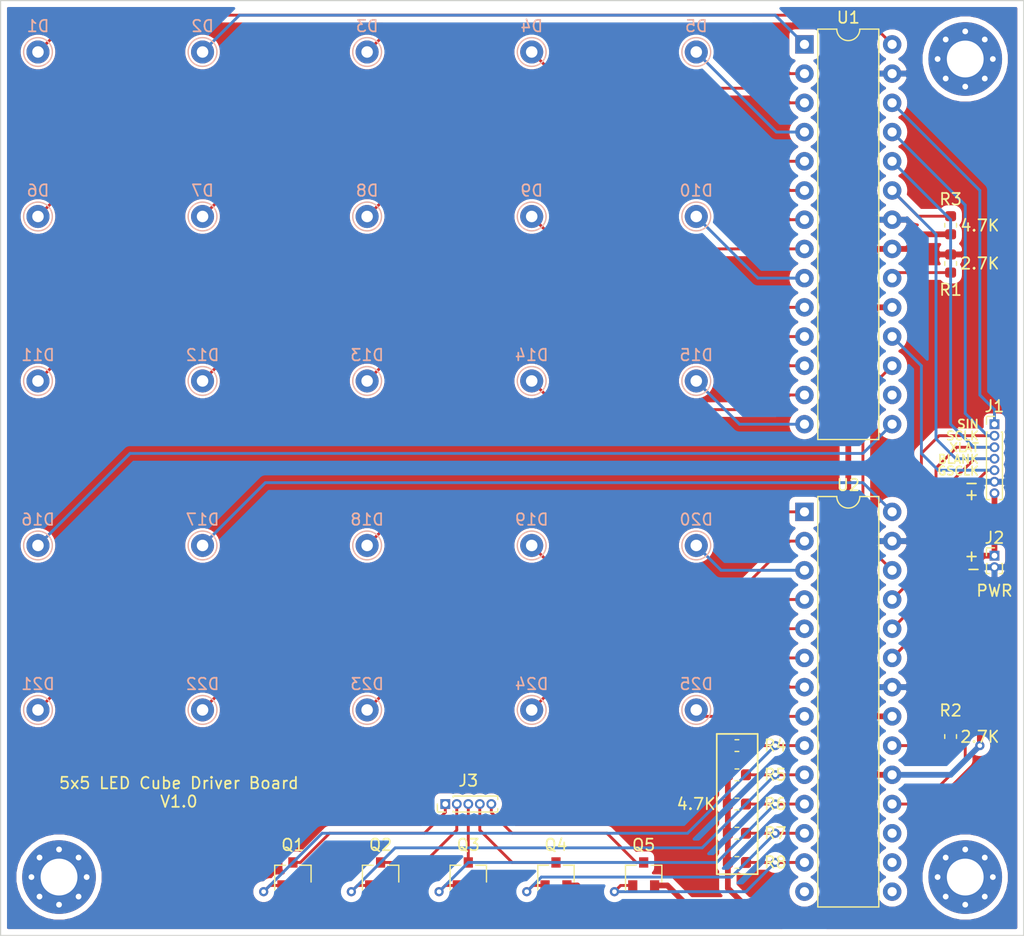
<source format=kicad_pcb>
(kicad_pcb (version 20171130) (host pcbnew "(5.1.4)-1")
  (title_block (title "5x5 LED Cube Driver Board"))
  (layers (0 F.Cu signal) (31 B.Cu signal) (34 B.Paste user) (35 F.Paste user) (36 B.SilkS user) (37 F.SilkS user) (38 B.Mask user) (39 F.Mask user) (44 Edge.Cuts user))
  (net 0 "")
  (net 1 +5V)
  (net 2 GND)
  (net 3 /Layer5)
  (net 4 /Layer4)
  (net 5 /Layer3)
  (net 6 /Layer2)
  (net 7 /Layer1)
  (net 8 /Layer1Gate)
  (net 9 /Layer2Gate)
  (net 10 /Layer3Gate)
  (net 11 /Layer4Gate)
  (net 12 /Layer5Gate)
  (net 13 /LED1)
  (net 14 /LED15)
  (net 15 /LED14)
  (net 16 /LED13)
  (net 17 /LED12)
  (net 18 /LED11)
  (net 19 /LED10)
  (net 20 /LED9)
  (net 21 /LED8)
  (net 22 /LED7)
  (net 23 /LED6)
  (net 24 /LED5)
  (net 25 /LED4)
  (net 26 /LED3)
  (net 27 /LED16)
  (net 28 /LED2)
  (net 29 /LED17)
  (net 30 /LED25)
  (net 31 /LED24)
  (net 32 /LED23)
  (net 33 /LED22)
  (net 34 /LED21)
  (net 35 /LED20)
  (net 36 /LED19)
  (net 37 /LED18)
  (net 38 /IREF1)
  (net 39 /IREF2)
  (net 40 /SOUT1)
  (net 41 "/ArduinoD13(SCLK)")
  (net 42 "/ArduinoD11(SIN)")
  (net 43 "/ArduinoD10(BLANK)")
  (net 44 "/ArduinoD9(XLAT)")
  (net 45 "/ArduinoD3(GSCLK)")
  (module Resistor_SMD:R_0603_1608Metric (layer F.Cu) (at 157.9625 123.19)
    (fp_text reference R4 (at 3.3275 0) (layer F.SilkS))
    (fp_text value 4.7K)
    (pad 2 smd roundrect (at 0.7875 0) (size 0.875 0.95) (layers F.Cu F.Paste F.Mask) (net 8 /Layer1Gate))
    (pad 1 smd roundrect (at -0.7875 0) (size 0.875 0.95) (layers F.Cu F.Paste F.Mask) (net 1 +5V))
  )
  (module Resistor_SMD:R_0603_1608Metric (layer F.Cu) (at 157.9625 125.73)
    (fp_text reference R5 (at 3.3275 0) (layer F.SilkS))
    (fp_text value 4.7K)
    (pad 2 smd roundrect (at 0.7875 0) (size 0.875 0.95) (layers F.Cu F.Paste F.Mask) (net 9 /Layer2Gate))
    (pad 1 smd roundrect (at -0.7875 0) (size 0.875 0.95) (layers F.Cu F.Paste F.Mask) (net 1 +5V))
  )
  (module Resistor_SMD:R_0603_1608Metric (layer F.Cu) (at 157.9625 128.27)
    (fp_text reference R6 (at 3.3275 0) (layer F.SilkS))
    (fp_text value 4.7K)
    (pad 2 smd roundrect (at 0.7875 0) (size 0.875 0.95) (layers F.Cu F.Paste F.Mask) (net 10 /Layer3Gate))
    (pad 1 smd roundrect (at -0.7875 0) (size 0.875 0.95) (layers F.Cu F.Paste F.Mask) (net 1 +5V))
  )
  (module Resistor_SMD:R_0603_1608Metric (layer F.Cu) (at 157.9625 130.81)
    (fp_text reference R7 (at 3.3275 0) (layer F.SilkS))
    (fp_text value 4.7K)
    (pad 2 smd roundrect (at 0.7875 0) (size 0.875 0.95) (layers F.Cu F.Paste F.Mask) (net 11 /Layer4Gate))
    (pad 1 smd roundrect (at -0.7875 0) (size 0.875 0.95) (layers F.Cu F.Paste F.Mask) (net 1 +5V))
  )
  (module Resistor_SMD:R_0603_1608Metric (layer F.Cu) (at 157.9625 133.35)
    (fp_text reference R8 (at 3.3275 0) (layer F.SilkS))
    (fp_text value 4.7K)
    (pad 2 smd roundrect (at 0.7875 0) (size 0.875 0.95) (layers F.Cu F.Paste F.Mask) (net 12 /Layer5Gate))
    (pad 1 smd roundrect (at -0.7875 0) (size 0.875 0.95) (layers F.Cu F.Paste F.Mask) (net 1 +5V))
  )
  (module MountingHole:MountingHole_3.2mm_M3_Pad_Via (layer F.Cu) (at 177.8 134.62)
    (fp_text reference REF** hide)
    (fp_text value MountingHole_3.2mm_M3_Pad_Via)
    (pad 1 thru_hole circle (at 1.697056 -1.697056) (size 0.8 0.8) (drill 0.5) (layers *.Cu *.Mask))
    (pad 1 thru_hole circle (at 0 -2.4) (size 0.8 0.8) (drill 0.5) (layers *.Cu *.Mask))
    (pad 1 thru_hole circle (at -1.697056 -1.697056) (size 0.8 0.8) (drill 0.5) (layers *.Cu *.Mask))
    (pad 1 thru_hole circle (at -2.4 0) (size 0.8 0.8) (drill 0.5) (layers *.Cu *.Mask))
    (pad 1 thru_hole circle (at -1.697056 1.697056) (size 0.8 0.8) (drill 0.5) (layers *.Cu *.Mask))
    (pad 1 thru_hole circle (at 0 2.4) (size 0.8 0.8) (drill 0.5) (layers *.Cu *.Mask))
    (pad 1 thru_hole circle (at 1.697056 1.697056) (size 0.8 0.8) (drill 0.5) (layers *.Cu *.Mask))
    (pad 1 thru_hole circle (at 2.4 0) (size 0.8 0.8) (drill 0.5) (layers *.Cu *.Mask))
    (pad 1 thru_hole circle (at 0 0) (size 6.4 6.4) (drill 3.2) (layers *.Cu *.Mask))
  )
  (module MountingHole:MountingHole_3.2mm_M3_Pad_Via (layer F.Cu) (at 99.06 134.62)
    (fp_text reference REF** hide)
    (fp_text value MountingHole_3.2mm_M3_Pad_Via)
    (pad 1 thru_hole circle (at 1.697056 -1.697056) (size 0.8 0.8) (drill 0.5) (layers *.Cu *.Mask))
    (pad 1 thru_hole circle (at 0 -2.4) (size 0.8 0.8) (drill 0.5) (layers *.Cu *.Mask))
    (pad 1 thru_hole circle (at -1.697056 -1.697056) (size 0.8 0.8) (drill 0.5) (layers *.Cu *.Mask))
    (pad 1 thru_hole circle (at -2.4 0) (size 0.8 0.8) (drill 0.5) (layers *.Cu *.Mask))
    (pad 1 thru_hole circle (at -1.697056 1.697056) (size 0.8 0.8) (drill 0.5) (layers *.Cu *.Mask))
    (pad 1 thru_hole circle (at 0 2.4) (size 0.8 0.8) (drill 0.5) (layers *.Cu *.Mask))
    (pad 1 thru_hole circle (at 1.697056 1.697056) (size 0.8 0.8) (drill 0.5) (layers *.Cu *.Mask))
    (pad 1 thru_hole circle (at 2.4 0) (size 0.8 0.8) (drill 0.5) (layers *.Cu *.Mask))
    (pad 1 thru_hole circle (at 0 0) (size 6.4 6.4) (drill 3.2) (layers *.Cu *.Mask))
  )
  (module MountingHole:MountingHole_3.2mm_M3_Pad_Via (layer F.Cu) (at 177.8 63.5)
    (fp_text reference REF** hide)
    (fp_text value MountingHole_3.2mm_M3_Pad_Via)
    (pad 1 thru_hole circle (at 1.697056 -1.697056) (size 0.8 0.8) (drill 0.5) (layers *.Cu *.Mask))
    (pad 1 thru_hole circle (at 0 -2.4) (size 0.8 0.8) (drill 0.5) (layers *.Cu *.Mask))
    (pad 1 thru_hole circle (at -1.697056 -1.697056) (size 0.8 0.8) (drill 0.5) (layers *.Cu *.Mask))
    (pad 1 thru_hole circle (at -2.4 0) (size 0.8 0.8) (drill 0.5) (layers *.Cu *.Mask))
    (pad 1 thru_hole circle (at -1.697056 1.697056) (size 0.8 0.8) (drill 0.5) (layers *.Cu *.Mask))
    (pad 1 thru_hole circle (at 0 2.4) (size 0.8 0.8) (drill 0.5) (layers *.Cu *.Mask))
    (pad 1 thru_hole circle (at 1.697056 1.697056) (size 0.8 0.8) (drill 0.5) (layers *.Cu *.Mask))
    (pad 1 thru_hole circle (at 2.4 0) (size 0.8 0.8) (drill 0.5) (layers *.Cu *.Mask))
    (pad 1 thru_hole circle (at 0 0) (size 6.4 6.4) (drill 3.2) (layers *.Cu *.Mask))
  )
  (module Package_DIP:DIP-28_W7.62mm (layer F.Cu) (at 163.83 102.87)
    (fp_text reference U2 (at 3.81 -2.33) (layer F.SilkS))
    (fp_text value TLC5940NT)
    (pad 1 thru_hole rect (at 0 0) (size 1.6 1.6) (drill 0.8) (layers *.Cu *.Mask) (net 37 /LED18))
    (pad 15 thru_hole oval (at 7.62 33.02) (size 1.6 1.6) (drill 0.8) (layers *.Cu *.Mask))
    (pad 2 thru_hole oval (at 0 2.54) (size 1.6 1.6) (drill 0.8) (layers *.Cu *.Mask) (net 36 /LED19))
    (pad 16 thru_hole oval (at 7.62 30.48) (size 1.6 1.6) (drill 0.8) (layers *.Cu *.Mask))
    (pad 3 thru_hole oval (at 0 5.08) (size 1.6 1.6) (drill 0.8) (layers *.Cu *.Mask) (net 35 /LED20))
    (pad 17 thru_hole oval (at 7.62 27.94) (size 1.6 1.6) (drill 0.8) (layers *.Cu *.Mask))
    (pad 4 thru_hole oval (at 0 7.62) (size 1.6 1.6) (drill 0.8) (layers *.Cu *.Mask) (net 34 /LED21))
    (pad 18 thru_hole oval (at 7.62 25.4) (size 1.6 1.6) (drill 0.8) (layers *.Cu *.Mask) (net 45 "/ArduinoD3(GSCLK)"))
    (pad 5 thru_hole oval (at 0 10.16) (size 1.6 1.6) (drill 0.8) (layers *.Cu *.Mask) (net 33 /LED22))
    (pad 19 thru_hole oval (at 7.62 22.86) (size 1.6 1.6) (drill 0.8) (layers *.Cu *.Mask) (net 1 +5V))
    (pad 6 thru_hole oval (at 0 12.7) (size 1.6 1.6) (drill 0.8) (layers *.Cu *.Mask) (net 32 /LED23))
    (pad 20 thru_hole oval (at 7.62 20.32) (size 1.6 1.6) (drill 0.8) (layers *.Cu *.Mask) (net 39 /IREF2))
    (pad 7 thru_hole oval (at 0 15.24) (size 1.6 1.6) (drill 0.8) (layers *.Cu *.Mask) (net 31 /LED24))
    (pad 21 thru_hole oval (at 7.62 17.78) (size 1.6 1.6) (drill 0.8) (layers *.Cu *.Mask) (net 1 +5V))
    (pad 8 thru_hole oval (at 0 17.78) (size 1.6 1.6) (drill 0.8) (layers *.Cu *.Mask) (net 30 /LED25))
    (pad 22 thru_hole oval (at 7.62 15.24) (size 1.6 1.6) (drill 0.8) (layers *.Cu *.Mask) (net 2 GND))
    (pad 9 thru_hole oval (at 0 20.32) (size 1.6 1.6) (drill 0.8) (layers *.Cu *.Mask) (net 8 /Layer1Gate))
    (pad 23 thru_hole oval (at 7.62 12.7) (size 1.6 1.6) (drill 0.8) (layers *.Cu *.Mask) (net 43 "/ArduinoD10(BLANK)"))
    (pad 10 thru_hole oval (at 0 22.86) (size 1.6 1.6) (drill 0.8) (layers *.Cu *.Mask) (net 9 /Layer2Gate))
    (pad 24 thru_hole oval (at 7.62 10.16) (size 1.6 1.6) (drill 0.8) (layers *.Cu *.Mask) (net 44 "/ArduinoD9(XLAT)"))
    (pad 11 thru_hole oval (at 0 25.4) (size 1.6 1.6) (drill 0.8) (layers *.Cu *.Mask) (net 10 /Layer3Gate))
    (pad 25 thru_hole oval (at 7.62 7.62) (size 1.6 1.6) (drill 0.8) (layers *.Cu *.Mask) (net 41 "/ArduinoD13(SCLK)"))
    (pad 12 thru_hole oval (at 0 27.94) (size 1.6 1.6) (drill 0.8) (layers *.Cu *.Mask) (net 11 /Layer4Gate))
    (pad 26 thru_hole oval (at 7.62 5.08) (size 1.6 1.6) (drill 0.8) (layers *.Cu *.Mask) (net 40 /SOUT1))
    (pad 13 thru_hole oval (at 0 30.48) (size 1.6 1.6) (drill 0.8) (layers *.Cu *.Mask) (net 12 /Layer5Gate))
    (pad 27 thru_hole oval (at 7.62 2.54) (size 1.6 1.6) (drill 0.8) (layers *.Cu *.Mask) (net 2 GND))
    (pad 14 thru_hole oval (at 0 33.02) (size 1.6 1.6) (drill 0.8) (layers *.Cu *.Mask))
    (pad 28 thru_hole oval (at 7.62 0) (size 1.6 1.6) (drill 0.8) (layers *.Cu *.Mask) (net 29 /LED17))
  )
  (module Package_DIP:DIP-28_W7.62mm (layer F.Cu) (at 163.83 62.23)
    (fp_text reference U1 (at 3.81 -2.33) (layer F.SilkS))
    (fp_text value TLC5940NT)
    (pad 1 thru_hole rect (at 0 0) (size 1.6 1.6) (drill 0.8) (layers *.Cu *.Mask) (net 28 /LED2))
    (pad 15 thru_hole oval (at 7.62 33.02) (size 1.6 1.6) (drill 0.8) (layers *.Cu *.Mask) (net 27 /LED16))
    (pad 2 thru_hole oval (at 0 2.54) (size 1.6 1.6) (drill 0.8) (layers *.Cu *.Mask) (net 26 /LED3))
    (pad 16 thru_hole oval (at 7.62 30.48) (size 1.6 1.6) (drill 0.8) (layers *.Cu *.Mask))
    (pad 3 thru_hole oval (at 0 5.08) (size 1.6 1.6) (drill 0.8) (layers *.Cu *.Mask) (net 25 /LED4))
    (pad 17 thru_hole oval (at 7.62 27.94) (size 1.6 1.6) (drill 0.8) (layers *.Cu *.Mask) (net 40 /SOUT1))
    (pad 4 thru_hole oval (at 0 7.62) (size 1.6 1.6) (drill 0.8) (layers *.Cu *.Mask) (net 24 /LED5))
    (pad 18 thru_hole oval (at 7.62 25.4) (size 1.6 1.6) (drill 0.8) (layers *.Cu *.Mask) (net 45 "/ArduinoD3(GSCLK)"))
    (pad 5 thru_hole oval (at 0 10.16) (size 1.6 1.6) (drill 0.8) (layers *.Cu *.Mask) (net 23 /LED6))
    (pad 19 thru_hole oval (at 7.62 22.86) (size 1.6 1.6) (drill 0.8) (layers *.Cu *.Mask) (net 1 +5V))
    (pad 6 thru_hole oval (at 0 12.7) (size 1.6 1.6) (drill 0.8) (layers *.Cu *.Mask) (net 22 /LED7))
    (pad 20 thru_hole oval (at 7.62 20.32) (size 1.6 1.6) (drill 0.8) (layers *.Cu *.Mask) (net 38 /IREF1))
    (pad 7 thru_hole oval (at 0 15.24) (size 1.6 1.6) (drill 0.8) (layers *.Cu *.Mask) (net 21 /LED8))
    (pad 21 thru_hole oval (at 7.62 17.78) (size 1.6 1.6) (drill 0.8) (layers *.Cu *.Mask) (net 1 +5V))
    (pad 8 thru_hole oval (at 0 17.78) (size 1.6 1.6) (drill 0.8) (layers *.Cu *.Mask) (net 20 /LED9))
    (pad 22 thru_hole oval (at 7.62 15.24) (size 1.6 1.6) (drill 0.8) (layers *.Cu *.Mask) (net 2 GND))
    (pad 9 thru_hole oval (at 0 20.32) (size 1.6 1.6) (drill 0.8) (layers *.Cu *.Mask) (net 19 /LED10))
    (pad 23 thru_hole oval (at 7.62 12.7) (size 1.6 1.6) (drill 0.8) (layers *.Cu *.Mask) (net 43 "/ArduinoD10(BLANK)"))
    (pad 10 thru_hole oval (at 0 22.86) (size 1.6 1.6) (drill 0.8) (layers *.Cu *.Mask) (net 18 /LED11))
    (pad 24 thru_hole oval (at 7.62 10.16) (size 1.6 1.6) (drill 0.8) (layers *.Cu *.Mask) (net 44 "/ArduinoD9(XLAT)"))
    (pad 11 thru_hole oval (at 0 25.4) (size 1.6 1.6) (drill 0.8) (layers *.Cu *.Mask) (net 17 /LED12))
    (pad 25 thru_hole oval (at 7.62 7.62) (size 1.6 1.6) (drill 0.8) (layers *.Cu *.Mask) (net 41 "/ArduinoD13(SCLK)"))
    (pad 12 thru_hole oval (at 0 27.94) (size 1.6 1.6) (drill 0.8) (layers *.Cu *.Mask) (net 16 /LED13))
    (pad 26 thru_hole oval (at 7.62 5.08) (size 1.6 1.6) (drill 0.8) (layers *.Cu *.Mask) (net 42 "/ArduinoD11(SIN)"))
    (pad 13 thru_hole oval (at 0 30.48) (size 1.6 1.6) (drill 0.8) (layers *.Cu *.Mask) (net 15 /LED14))
    (pad 27 thru_hole oval (at 7.62 2.54) (size 1.6 1.6) (drill 0.8) (layers *.Cu *.Mask) (net 2 GND))
    (pad 14 thru_hole oval (at 0 33.02) (size 1.6 1.6) (drill 0.8) (layers *.Cu *.Mask) (net 14 /LED15))
    (pad 28 thru_hole oval (at 7.62 0) (size 1.6 1.6) (drill 0.8) (layers *.Cu *.Mask) (net 13 /LED1))
  )
  (module Connector_Pin:Pin_D1.0mm_L10.0mm (layer B.Cu) (at 140.13 120.09)
    (fp_text reference D24 (at 0 -2.25) (layer B.SilkS) (effects (justify mirror)))
    (fp_text value LED)
    (pad 1 thru_hole circle (at 0 0) (size 2 2) (drill 1) (layers *.Cu *.Mask) (net 31 /LED24))
  )
  (module Connector_Pin:Pin_D1.0mm_L10.0mm (layer B.Cu) (at 97.23 120.09)
    (fp_text reference D21 (at 0 -2.25) (layer B.SilkS) (effects (justify mirror)))
    (fp_text value LED)
    (pad 1 thru_hole circle (at 0 0) (size 2 2) (drill 1) (layers *.Cu *.Mask) (net 34 /LED21))
  )
  (module Connector_Pin:Pin_D1.0mm_L10.0mm (layer B.Cu) (at 154.43 120.09)
    (fp_text reference D25 (at 0 -2.25) (layer B.SilkS) (effects (justify mirror)))
    (fp_text value LED)
    (pad 1 thru_hole circle (at 0 0) (size 2 2) (drill 1) (layers *.Cu *.Mask) (net 30 /LED25))
  )
  (module Connector_Pin:Pin_D1.0mm_L10.0mm (layer B.Cu) (at 111.53 120.09)
    (fp_text reference D22 (at 0 -2.25) (layer B.SilkS) (effects (justify mirror)))
    (fp_text value LED)
    (pad 1 thru_hole circle (at 0 0) (size 2 2) (drill 1) (layers *.Cu *.Mask) (net 33 /LED22))
  )
  (module Connector_Pin:Pin_D1.0mm_L10.0mm (layer B.Cu) (at 125.83 120.09)
    (fp_text reference D23 (at 0 -2.25) (layer B.SilkS) (effects (justify mirror)))
    (fp_text value LED)
    (pad 1 thru_hole circle (at 0 0) (size 2 2) (drill 1) (layers *.Cu *.Mask) (net 32 /LED23))
  )
  (module Connector_Pin:Pin_D1.0mm_L10.0mm (layer B.Cu) (at 140.13 62.89)
    (fp_text reference D4 (at 0 -2.25) (layer B.SilkS) (effects (justify mirror)))
    (fp_text value LED)
    (pad 1 thru_hole circle (at 0 0) (size 2 2) (drill 1) (layers *.Cu *.Mask) (net 25 /LED4))
  )
  (module Connector_Pin:Pin_D1.0mm_L10.0mm (layer B.Cu) (at 97.23 105.79)
    (fp_text reference D16 (at 0 -2.25) (layer B.SilkS) (effects (justify mirror)))
    (fp_text value LED)
    (pad 1 thru_hole circle (at 0 0) (size 2 2) (drill 1) (layers *.Cu *.Mask) (net 27 /LED16))
  )
  (module Connector_Pin:Pin_D1.0mm_L10.0mm (layer B.Cu) (at 154.43 77.19)
    (fp_text reference D10 (at 0 -2.25) (layer B.SilkS) (effects (justify mirror)))
    (fp_text value LED)
    (pad 1 thru_hole circle (at 0 0) (size 2 2) (drill 1) (layers *.Cu *.Mask) (net 19 /LED10))
  )
  (module Connector_Pin:Pin_D1.0mm_L10.0mm (layer B.Cu) (at 125.83 62.89)
    (fp_text reference D3 (at 0 -2.25) (layer B.SilkS) (effects (justify mirror)))
    (fp_text value LED)
    (pad 1 thru_hole circle (at 0 0) (size 2 2) (drill 1) (layers *.Cu *.Mask) (net 26 /LED3))
  )
  (module Connector_Pin:Pin_D1.0mm_L10.0mm (layer B.Cu) (at 111.53 77.19)
    (fp_text reference D7 (at 0 -2.25) (layer B.SilkS) (effects (justify mirror)))
    (fp_text value LED)
    (pad 1 thru_hole circle (at 0 0) (size 2 2) (drill 1) (layers *.Cu *.Mask) (net 22 /LED7))
  )
  (module Connector_Pin:Pin_D1.0mm_L10.0mm (layer B.Cu) (at 125.83 105.79)
    (fp_text reference D18 (at 0 -2.25) (layer B.SilkS) (effects (justify mirror)))
    (fp_text value LED)
    (pad 1 thru_hole circle (at 0 0) (size 2 2) (drill 1) (layers *.Cu *.Mask) (net 37 /LED18))
  )
  (module Connector_Pin:Pin_D1.0mm_L10.0mm (layer B.Cu) (at 125.83 77.19)
    (fp_text reference D8 (at 0 -2.25) (layer B.SilkS) (effects (justify mirror)))
    (fp_text value LED)
    (pad 1 thru_hole circle (at 0 0) (size 2 2) (drill 1) (layers *.Cu *.Mask) (net 21 /LED8))
  )
  (module Connector_Pin:Pin_D1.0mm_L10.0mm (layer B.Cu) (at 111.53 105.79)
    (fp_text reference D17 (at 0 -2.25) (layer B.SilkS) (effects (justify mirror)))
    (fp_text value LED)
    (pad 1 thru_hole circle (at 0 0) (size 2 2) (drill 1) (layers *.Cu *.Mask) (net 29 /LED17))
  )
  (module Connector_Pin:Pin_D1.0mm_L10.0mm (layer B.Cu) (at 97.23 77.19)
    (fp_text reference D6 (at 0 -2.25) (layer B.SilkS) (effects (justify mirror)))
    (fp_text value LED)
    (pad 1 thru_hole circle (at 0 0) (size 2 2) (drill 1) (layers *.Cu *.Mask) (net 23 /LED6))
  )
  (module Connector_Pin:Pin_D1.0mm_L10.0mm (layer B.Cu) (at 154.43 105.79)
    (fp_text reference D20 (at 0 -2.25) (layer B.SilkS) (effects (justify mirror)))
    (fp_text value LED)
    (pad 1 thru_hole circle (at 0 0) (size 2 2) (drill 1) (layers *.Cu *.Mask) (net 35 /LED20))
  )
  (module Connector_Pin:Pin_D1.0mm_L10.0mm (layer B.Cu) (at 140.13 105.79)
    (fp_text reference D19 (at 0 -2.25) (layer B.SilkS) (effects (justify mirror)))
    (fp_text value LED)
    (pad 1 thru_hole circle (at 0 0) (size 2 2) (drill 1) (layers *.Cu *.Mask) (net 36 /LED19))
  )
  (module Connector_Pin:Pin_D1.0mm_L10.0mm (layer B.Cu) (at 140.13 91.49)
    (fp_text reference D14 (at 0 -2.25) (layer B.SilkS) (effects (justify mirror)))
    (fp_text value LED)
    (pad 1 thru_hole circle (at 0 0) (size 2 2) (drill 1) (layers *.Cu *.Mask) (net 15 /LED14))
  )
  (module Connector_Pin:Pin_D1.0mm_L10.0mm (layer B.Cu) (at 125.83 91.49)
    (fp_text reference D13 (at 0 -2.25) (layer B.SilkS) (effects (justify mirror)))
    (fp_text value LED)
    (pad 1 thru_hole circle (at 0 0) (size 2 2) (drill 1) (layers *.Cu *.Mask) (net 16 /LED13))
  )
  (module Connector_Pin:Pin_D1.0mm_L10.0mm (layer B.Cu) (at 111.53 91.49)
    (fp_text reference D12 (at 0 -2.25) (layer B.SilkS) (effects (justify mirror)))
    (fp_text value LED)
    (pad 1 thru_hole circle (at 0 0) (size 2 2) (drill 1) (layers *.Cu *.Mask) (net 17 /LED12))
  )
  (module Connector_Pin:Pin_D1.0mm_L10.0mm (layer B.Cu) (at 97.23 91.49)
    (fp_text reference D11 (at 0 -2.25) (layer B.SilkS) (effects (justify mirror)))
    (fp_text value LED)
    (pad 1 thru_hole circle (at 0 0) (size 2 2) (drill 1) (layers *.Cu *.Mask) (net 18 /LED11))
  )
  (module Connector_Pin:Pin_D1.0mm_L10.0mm (layer B.Cu) (at 140.13 77.19)
    (fp_text reference D9 (at 0 -2.25) (layer B.SilkS) (effects (justify mirror)))
    (fp_text value LED)
    (pad 1 thru_hole circle (at 0 0) (size 2 2) (drill 1) (layers *.Cu *.Mask) (net 20 /LED9))
  )
  (module Connector_Pin:Pin_D1.0mm_L10.0mm (layer B.Cu) (at 154.43 91.49)
    (fp_text reference D15 (at 0 -2.25) (layer B.SilkS) (effects (justify mirror)))
    (fp_text value LED)
    (pad 1 thru_hole circle (at 0 0) (size 2 2) (drill 1) (layers *.Cu *.Mask) (net 14 /LED15))
  )
  (module Connector_Pin:Pin_D1.0mm_L10.0mm (layer B.Cu) (at 154.43 62.89)
    (fp_text reference D5 (at 0 -2.25) (layer B.SilkS) (effects (justify mirror)))
    (fp_text value LED)
    (pad 1 thru_hole circle (at 0 0) (size 2 2) (drill 1) (layers *.Cu *.Mask) (net 24 /LED5))
  )
  (module Connector_Pin:Pin_D1.0mm_L10.0mm (layer B.Cu) (at 111.53 62.89)
    (fp_text reference D2 (at 0 -2.25) (layer B.SilkS) (effects (justify mirror)))
    (fp_text value LED)
    (pad 1 thru_hole circle (at 0 0) (size 2 2) (drill 1) (layers *.Cu *.Mask) (net 28 /LED2))
  )
  (module Connector_Pin:Pin_D1.0mm_L10.0mm (layer B.Cu) (at 97.23 62.89)
    (fp_text reference D1 (at 0 -2.25) (layer B.SilkS) (effects (justify mirror)))
    (fp_text value LED)
    (pad 1 thru_hole circle (at 0 0) (size 2 2) (drill 1) (layers *.Cu *.Mask) (net 13 /LED1))
  )
  (module Resistor_SMD:R_0603_1608Metric (layer F.Cu) (at 176.53 122.4025 90)
    (fp_text reference R2 (at 2.2605 0 180) (layer F.SilkS))
    (fp_text value 2.7K)
    (pad 2 smd roundrect (at 0.7875 0 90) (size 0.875 0.95) (layers F.Cu F.Paste F.Mask) (net 2 GND))
    (pad 1 smd roundrect (at -0.7875 0 90) (size 0.875 0.95) (layers F.Cu F.Paste F.Mask) (net 39 /IREF2))
  )
  (module Resistor_SMD:R_0603_1608Metric (layer F.Cu) (at 176.53 77.9525 270)
    (fp_text reference R3 (at -2.2605 0 180) (layer F.SilkS))
    (fp_text value 4.7K)
    (pad 2 smd roundrect (at 0.7875 0 270) (size 0.875 0.95) (layers F.Cu F.Paste F.Mask) (net 1 +5V))
    (pad 1 smd roundrect (at -0.7875 0 270) (size 0.875 0.95) (layers F.Cu F.Paste F.Mask) (net 43 "/ArduinoD10(BLANK)"))
  )
  (module Resistor_SMD:R_0603_1608Metric (layer F.Cu) (at 176.53 81.28 90)
    (fp_text reference R1 (at -2.286 0 180) (layer F.SilkS))
    (fp_text value 2.7K)
    (pad 2 smd roundrect (at 0.7875 0 90) (size 0.875 0.95) (layers F.Cu F.Paste F.Mask) (net 2 GND))
    (pad 1 smd roundrect (at -0.7875 0 90) (size 0.875 0.95) (layers F.Cu F.Paste F.Mask) (net 38 /IREF1))
  )
  (module Connector_PinHeader_1.00mm:PinHeader_1x02_P1.00mm_Vertical (layer F.Cu) (at 180.34 106.68)
    (fp_text reference J2 (at 0 -1.56) (layer F.SilkS))
    (fp_text value Power)
    (pad 2 thru_hole oval (at 0 1) (size 0.85 0.85) (drill 0.5) (layers *.Cu *.Mask) (net 2 GND))
    (pad 1 thru_hole rect (at 0 0) (size 0.85 0.85) (drill 0.5) (layers *.Cu *.Mask) (net 1 +5V))
  )
  (module Connector_PinHeader_1.00mm:PinHeader_1x07_P1.00mm_Vertical (layer F.Cu) (at 180.34 95.25)
    (fp_text reference J1 (at 0 -1.56) (layer F.SilkS))
    (fp_text value Arduino)
    (pad 7 thru_hole oval (at 0 6) (size 0.85 0.85) (drill 0.5) (layers *.Cu *.Mask) (net 1 +5V))
    (pad 6 thru_hole oval (at 0 5) (size 0.85 0.85) (drill 0.5) (layers *.Cu *.Mask) (net 2 GND))
    (pad 5 thru_hole oval (at 0 4) (size 0.85 0.85) (drill 0.5) (layers *.Cu *.Mask) (net 45 "/ArduinoD3(GSCLK)"))
    (pad 4 thru_hole oval (at 0 3) (size 0.85 0.85) (drill 0.5) (layers *.Cu *.Mask) (net 43 "/ArduinoD10(BLANK)"))
    (pad 3 thru_hole oval (at 0 2) (size 0.85 0.85) (drill 0.5) (layers *.Cu *.Mask) (net 44 "/ArduinoD9(XLAT)"))
    (pad 2 thru_hole oval (at 0 1) (size 0.85 0.85) (drill 0.5) (layers *.Cu *.Mask) (net 41 "/ArduinoD13(SCLK)"))
    (pad 1 thru_hole rect (at 0 0) (size 0.85 0.85) (drill 0.5) (layers *.Cu *.Mask) (net 42 "/ArduinoD11(SIN)"))
  )
  (module Connector_PinHeader_1.00mm:PinHeader_1x05_P1.00mm_Vertical (layer F.Cu) (at 132.62 128.27 90)
    (fp_text reference J3 (at 2.032 2 180) (layer F.SilkS))
    (fp_text value Layers)
    (pad 1 thru_hole rect (at 0 0 90) (size 0.85 0.85) (drill 0.5) (layers *.Cu *.Mask) (net 7 /Layer1))
    (pad 2 thru_hole oval (at 0 1 90) (size 0.85 0.85) (drill 0.5) (layers *.Cu *.Mask) (net 6 /Layer2))
    (pad 3 thru_hole oval (at 0 2 90) (size 0.85 0.85) (drill 0.5) (layers *.Cu *.Mask) (net 5 /Layer3))
    (pad 4 thru_hole oval (at 0 3 90) (size 0.85 0.85) (drill 0.5) (layers *.Cu *.Mask) (net 4 /Layer4))
    (pad 5 thru_hole oval (at 0 4 90) (size 0.85 0.85) (drill 0.5) (layers *.Cu *.Mask) (net 3 /Layer5))
  )
  (module Package_TO_SOT_SMD:SOT-23 (layer F.Cu) (at 149.86 134.35 90)
    (fp_text reference Q5 (at 2.524 0 180) (layer F.SilkS))
    (fp_text value DMG2305UX)
    (pad 3 smd rect (at 1 0 90) (size 0.9 0.8) (layers F.Cu F.Paste F.Mask) (net 3 /Layer5))
    (pad 2 smd rect (at -1 0.95 90) (size 0.9 0.8) (layers F.Cu F.Paste F.Mask) (net 1 +5V))
    (pad 1 smd rect (at -1 -0.95 90) (size 0.9 0.8) (layers F.Cu F.Paste F.Mask) (net 12 /Layer5Gate))
  )
  (module Package_TO_SOT_SMD:SOT-23 (layer F.Cu) (at 142.24 134.35 90)
    (fp_text reference Q4 (at 2.524 0 180) (layer F.SilkS))
    (fp_text value DMG2305UX)
    (pad 3 smd rect (at 1 0 90) (size 0.9 0.8) (layers F.Cu F.Paste F.Mask) (net 4 /Layer4))
    (pad 2 smd rect (at -1 0.95 90) (size 0.9 0.8) (layers F.Cu F.Paste F.Mask) (net 1 +5V))
    (pad 1 smd rect (at -1 -0.95 90) (size 0.9 0.8) (layers F.Cu F.Paste F.Mask) (net 11 /Layer4Gate))
  )
  (module Package_TO_SOT_SMD:SOT-23 (layer F.Cu) (at 134.62 134.35 90)
    (fp_text reference Q3 (at 2.524 0 180) (layer F.SilkS))
    (fp_text value DMG2305UX)
    (pad 3 smd rect (at 1 0 90) (size 0.9 0.8) (layers F.Cu F.Paste F.Mask) (net 5 /Layer3))
    (pad 2 smd rect (at -1 0.95 90) (size 0.9 0.8) (layers F.Cu F.Paste F.Mask) (net 1 +5V))
    (pad 1 smd rect (at -1 -0.95 90) (size 0.9 0.8) (layers F.Cu F.Paste F.Mask) (net 10 /Layer3Gate))
  )
  (module Package_TO_SOT_SMD:SOT-23 (layer F.Cu) (at 127 134.35 90)
    (fp_text reference Q2 (at 2.524 0 180) (layer F.SilkS))
    (fp_text value DMG2305UX)
    (pad 3 smd rect (at 1 0 90) (size 0.9 0.8) (layers F.Cu F.Paste F.Mask) (net 6 /Layer2))
    (pad 2 smd rect (at -1 0.95 90) (size 0.9 0.8) (layers F.Cu F.Paste F.Mask) (net 1 +5V))
    (pad 1 smd rect (at -1 -0.95 90) (size 0.9 0.8) (layers F.Cu F.Paste F.Mask) (net 9 /Layer2Gate))
  )
  (module Package_TO_SOT_SMD:SOT-23 (layer F.Cu) (at 119.38 134.35 90)
    (fp_text reference Q1 (at 2.524 0 180) (layer F.SilkS))
    (fp_text value DMG2305UX)
    (pad 3 smd rect (at 1 0 90) (size 0.9 0.8) (layers F.Cu F.Paste F.Mask) (net 7 /Layer1))
    (pad 2 smd rect (at -1 0.95 90) (size 0.9 0.8) (layers F.Cu F.Paste F.Mask) (net 1 +5V))
    (pad 1 smd rect (at -1 -0.95 90) (size 0.9 0.8) (layers F.Cu F.Paste F.Mask) (net 8 /Layer1Gate))
  )
  (gr_line (start 159.766 122.174) (end 156.21 122.174) (layer F.SilkS) (width 0.15))
  (gr_line (start 159.766 134.366) (end 159.766 122.174) (layer F.SilkS) (width 0.15))
  (gr_line (start 156.21 134.366) (end 159.766 134.366) (layer F.SilkS) (width 0.15))
  (gr_line (start 156.21 122.174) (end 156.21 134.366) (layer F.SilkS) (width 0.15))
  (gr_text 4.7K (at 179.07 77.978) (layer F.SilkS) (effects (font (size 1 1))))
  (gr_text 2.7K (at 179.07 81.28) (layer F.SilkS) (effects (font (size 1 1))))
  (gr_text 2.7K (at 179.07 122.428) (layer F.SilkS) (effects (font (size 1 1))))
  (gr_text 4.7K (at 156.21 128.27) (layer F.SilkS) (effects (font (size 1 1)) (justify right)))
  (gr_text "5x5 LED Cube Driver Board\nV1.0" (at 109.474 127.254) (layer F.SilkS) (effects (font (size 1 1))))
  (gr_text + (at 179.07 101.346) (layer F.SilkS) (effects (font (size 1 1)) (justify right)))
  (gr_text - (at 179.07 100.33) (layer F.SilkS) (effects (font (size 1 1)) (justify right)))
  (gr_text GSCLK (at 179.07 99.314) (layer F.SilkS) (effects (font (size 0.75 0.75)) (justify right)))
  (gr_text BLANK (at 179.07 98.298) (layer F.SilkS) (effects (font (size 0.75 0.75)) (justify right)))
  (gr_text XLAT (at 179.07 97.282) (layer F.SilkS) (effects (font (size 0.75 0.75)) (justify right)))
  (gr_text SCLK (at 179.07 96.266) (layer F.SilkS) (effects (font (size 0.75 0.75)) (justify right)))
  (gr_text SIN (at 179.07 95.25) (layer F.SilkS) (effects (font (size 0.75 0.75)) (justify right)))
  (gr_text PWR (at 180.34 109.728) (layer F.SilkS) (effects (font (size 1 1))))
  (gr_text - (at 177.8 107.95 180) (layer F.SilkS) (effects (font (size 1 1)) (justify right)))
  (gr_text + (at 179.07 106.68) (layer F.SilkS) (effects (font (size 1 1)) (justify right)))
  (gr_line (start 182.88 58.42) (end 182.88 139.7) (layer Edge.Cuts) (width 0.1))
  (gr_line (start 93.98 58.42) (end 182.88 58.42) (layer Edge.Cuts) (width 0.1))
  (gr_line (start 93.98 139.7) (end 93.98 58.42) (layer Edge.Cuts) (width 0.1))
  (gr_line (start 182.88 139.7) (end 93.98 139.7) (layer Edge.Cuts) (width 0.1))
  (segment (start 171.45 125.73) (end 176.53 125.73) (width 0.5) (layer B.Cu) (net 1))
  (segment (start 176.53 125.73) (end 179.07 123.19) (width 0.5) (layer B.Cu) (net 1))
  (segment (start 179.415 106.68) (end 179.07 107.025) (width 0.5) (layer F.Cu) (net 1))
  (segment (start 180.34 106.68) (end 179.415 106.68) (width 0.5) (layer F.Cu) (net 1))
  (segment (start 179.07 107.025) (end 179.07 123.19) (width 0.5) (layer F.Cu) (net 1))
  (segment (start 179.07 123.19) (end 179.07 123.19) (width 0.5) (layer F.Cu) (net 1))
  (via (at 179.07 123.19) (size 0.8) (drill 0.4) (layers F.Cu B.Cu) (net 1))
  (segment (start 176.53 78.74) (end 173.99 78.74) (width 0.5) (layer F.Cu) (net 1))
  (segment (start 173.99 78.74) (end 172.72 80.01) (width 0.5) (layer F.Cu) (net 1))
  (segment (start 172.72 80.01) (end 171.45 80.01) (width 0.5) (layer F.Cu) (net 1))
  (segment (start 167.64 88.9) (end 167.64 116.84) (width 0.5) (layer F.Cu) (net 1))
  (segment (start 180.34 101.25) (end 180.34 106.68) (width 0.5) (layer F.Cu) (net 1))
  (segment (start 151.92 135.35) (end 150.81 135.35) (width 0.5) (layer F.Cu) (net 1))
  (segment (start 153.7 137.13) (end 151.92 135.35) (width 0.5) (layer F.Cu) (net 1))
  (segment (start 144.09 135.35) (end 143.19 135.35) (width 0.5) (layer F.Cu) (net 1))
  (segment (start 145.87 137.13) (end 144.09 135.35) (width 0.5) (layer F.Cu) (net 1))
  (segment (start 153.7 137.13) (end 145.87 137.13) (width 0.5) (layer F.Cu) (net 1))
  (segment (start 136.47 135.35) (end 135.57 135.35) (width 0.5) (layer F.Cu) (net 1))
  (segment (start 138.25 137.13) (end 136.47 135.35) (width 0.5) (layer F.Cu) (net 1))
  (segment (start 145.87 137.13) (end 138.25 137.13) (width 0.5) (layer F.Cu) (net 1))
  (segment (start 128.85 135.35) (end 127.95 135.35) (width 0.5) (layer F.Cu) (net 1))
  (segment (start 130.63 137.13) (end 128.85 135.35) (width 0.5) (layer F.Cu) (net 1))
  (segment (start 138.25 137.13) (end 130.63 137.13) (width 0.5) (layer F.Cu) (net 1))
  (segment (start 121.23 135.35) (end 120.33 135.35) (width 0.5) (layer F.Cu) (net 1))
  (segment (start 123.01 137.13) (end 121.23 135.35) (width 0.5) (layer F.Cu) (net 1))
  (segment (start 130.63 137.13) (end 123.01 137.13) (width 0.5) (layer F.Cu) (net 1))
  (segment (start 171.45 80.01) (end 170.18 80.01) (width 0.5) (layer F.Cu) (net 1))
  (segment (start 167.64 82.55) (end 167.64 86.36) (width 0.5) (layer F.Cu) (net 1))
  (segment (start 170.18 80.01) (end 167.64 82.55) (width 0.5) (layer F.Cu) (net 1))
  (segment (start 167.64 86.36) (end 167.64 83.82) (width 0.5) (layer F.Cu) (net 1))
  (segment (start 170.18 85.09) (end 167.64 87.63) (width 0.5) (layer F.Cu) (net 1))
  (segment (start 171.45 85.09) (end 170.18 85.09) (width 0.5) (layer F.Cu) (net 1))
  (segment (start 167.64 88.9) (end 167.64 87.63) (width 0.5) (layer F.Cu) (net 1))
  (segment (start 167.64 87.63) (end 167.64 86.36) (width 0.5) (layer F.Cu) (net 1))
  (segment (start 170.18 120.65) (end 167.64 118.11) (width 0.5) (layer F.Cu) (net 1))
  (segment (start 171.45 120.65) (end 170.18 120.65) (width 0.5) (layer F.Cu) (net 1))
  (segment (start 167.64 116.84) (end 167.64 118.11) (width 0.5) (layer F.Cu) (net 1))
  (segment (start 167.64 118.11) (end 167.64 121.92) (width 0.5) (layer F.Cu) (net 1))
  (segment (start 170.18 125.73) (end 167.64 123.19) (width 0.5) (layer F.Cu) (net 1))
  (segment (start 171.45 125.73) (end 170.18 125.73) (width 0.5) (layer F.Cu) (net 1))
  (segment (start 167.64 121.92) (end 167.64 123.19) (width 0.5) (layer F.Cu) (net 1))
  (segment (start 154.94 137.13) (end 153.7 137.13) (width 0.5) (layer F.Cu) (net 1))
  (segment (start 162.56 138.43) (end 161.26 137.13) (width 0.5) (layer F.Cu) (net 1))
  (segment (start 165.1 138.43) (end 162.56 138.43) (width 0.5) (layer F.Cu) (net 1))
  (segment (start 167.64 123.19) (end 167.64 135.89) (width 0.5) (layer F.Cu) (net 1))
  (segment (start 167.64 135.89) (end 165.1 138.43) (width 0.5) (layer F.Cu) (net 1))
  (segment (start 157.175 135.585) (end 158.72 137.13) (width 0.5) (layer F.Cu) (net 1))
  (segment (start 157.175 123.19) (end 157.175 135.585) (width 0.5) (layer F.Cu) (net 1))
  (segment (start 161.26 137.13) (end 158.72 137.13) (width 0.5) (layer F.Cu) (net 1))
  (segment (start 158.72 137.13) (end 154.94 137.13) (width 0.5) (layer F.Cu) (net 1))
  (segment (start 180.34 100.25) (end 181.53 100.25) (width 0.5) (layer F.Cu) (net 2))
  (segment (start 180.34 100.25) (end 179.15 100.25) (width 0.5) (layer B.Cu) (net 2))
  (segment (start 180.34 100.25) (end 181.53 100.25) (width 0.5) (layer B.Cu) (net 2))
  (segment (start 180.34 107.68) (end 179.34 107.68) (width 0.5) (layer B.Cu) (net 2))
  (segment (start 180.34 107.68) (end 181.34 107.68) (width 0.5) (layer B.Cu) (net 2))
  (segment (start 180.34 107.68) (end 181.594 107.68) (width 0.5) (layer F.Cu) (net 2))
  (segment (start 149.21 133.35) (end 146.67 130.81) (width 0.25) (layer F.Cu) (net 3))
  (segment (start 149.86 133.35) (end 149.21 133.35) (width 0.25) (layer F.Cu) (net 3))
  (segment (start 136.62 128.27) (end 136.62 129) (width 0.25) (layer F.Cu) (net 3))
  (segment (start 138.43 130.81) (end 146.67 130.81) (width 0.25) (layer F.Cu) (net 3))
  (segment (start 136.62 129) (end 138.43 130.81) (width 0.25) (layer F.Cu) (net 3))
  (segment (start 135.62 128.27) (end 135.62 130.54) (width 0.25) (layer F.Cu) (net 4))
  (segment (start 138.43 133.35) (end 142.24 133.35) (width 0.25) (layer F.Cu) (net 4))
  (segment (start 135.62 130.54) (end 138.43 133.35) (width 0.25) (layer F.Cu) (net 4))
  (segment (start 134.62 133.35) (end 134.62 128.27) (width 0.25) (layer F.Cu) (net 5))
  (segment (start 133.62 128.27) (end 133.62 130.54) (width 0.25) (layer F.Cu) (net 6))
  (segment (start 130.81 133.35) (end 127 133.35) (width 0.25) (layer F.Cu) (net 6))
  (segment (start 133.62 130.54) (end 130.81 133.35) (width 0.25) (layer F.Cu) (net 6))
  (segment (start 132.62 128.27) (end 132.62 129) (width 0.25) (layer F.Cu) (net 7))
  (segment (start 132.62 129) (end 130.81 130.81) (width 0.25) (layer F.Cu) (net 7))
  (segment (start 120.03 133.35) (end 119.38 133.35) (width 0.25) (layer F.Cu) (net 7))
  (segment (start 122.57 130.81) (end 120.03 133.35) (width 0.25) (layer F.Cu) (net 7))
  (segment (start 130.81 130.81) (end 122.57 130.81) (width 0.25) (layer F.Cu) (net 7))
  (segment (start 118.43 135.35) (end 117.38 135.35) (width 0.25) (layer F.Cu) (net 8))
  (segment (start 117.38 135.35) (end 116.84 135.89) (width 0.25) (layer F.Cu) (net 8))
  (segment (start 116.84 135.89) (end 116.84 135.89) (width 0.25) (layer F.Cu) (net 8))
  (via (at 116.84 135.89) (size 0.8) (drill 0.4) (layers F.Cu B.Cu) (net 8))
  (segment (start 163.83 123.19) (end 161.29 123.19) (width 0.25) (layer F.Cu) (net 8))
  (segment (start 161.29 123.19) (end 158.75 123.19) (width 0.25) (layer F.Cu) (net 8))
  (via (at 161.29 123.19) (size 0.8) (drill 0.4) (layers F.Cu B.Cu) (net 8))
  (segment (start 153.67 130.81) (end 161.29 123.19) (width 0.25) (layer B.Cu) (net 8))
  (segment (start 116.84 135.89) (end 121.92 130.81) (width 0.25) (layer B.Cu) (net 8))
  (segment (start 121.92 130.81) (end 153.67 130.81) (width 0.25) (layer B.Cu) (net 8))
  (segment (start 126.05 135.35) (end 125 135.35) (width 0.25) (layer F.Cu) (net 9))
  (segment (start 125 135.35) (end 124.46 135.89) (width 0.25) (layer F.Cu) (net 9))
  (segment (start 124.46 135.89) (end 124.46 135.89) (width 0.25) (layer F.Cu) (net 9))
  (via (at 124.46 135.89) (size 0.8) (drill 0.4) (layers F.Cu B.Cu) (net 9))
  (segment (start 163.83 125.73) (end 161.29 125.73) (width 0.25) (layer F.Cu) (net 9))
  (segment (start 161.29 125.73) (end 158.75 125.73) (width 0.25) (layer F.Cu) (net 9))
  (via (at 161.29 125.73) (size 0.8) (drill 0.4) (layers F.Cu B.Cu) (net 9))
  (segment (start 154.94 132.08) (end 161.29 125.73) (width 0.25) (layer B.Cu) (net 9))
  (segment (start 124.46 135.89) (end 128.27 132.08) (width 0.25) (layer B.Cu) (net 9))
  (segment (start 128.27 132.08) (end 154.94 132.08) (width 0.25) (layer B.Cu) (net 9))
  (segment (start 133.67 135.35) (end 132.62 135.35) (width 0.25) (layer F.Cu) (net 10))
  (segment (start 132.62 135.35) (end 132.08 135.89) (width 0.25) (layer F.Cu) (net 10))
  (segment (start 132.08 135.89) (end 132.08 135.89) (width 0.25) (layer F.Cu) (net 10))
  (via (at 132.08 135.89) (size 0.8) (drill 0.4) (layers F.Cu B.Cu) (net 10))
  (segment (start 163.83 128.27) (end 161.29 128.27) (width 0.25) (layer F.Cu) (net 10))
  (segment (start 161.29 128.27) (end 158.75 128.27) (width 0.25) (layer F.Cu) (net 10))
  (via (at 161.29 128.27) (size 0.8) (drill 0.4) (layers F.Cu B.Cu) (net 10))
  (segment (start 156.21 133.35) (end 161.29 128.27) (width 0.25) (layer B.Cu) (net 10))
  (segment (start 132.08 135.89) (end 134.62 133.35) (width 0.25) (layer B.Cu) (net 10))
  (segment (start 134.62 133.35) (end 156.21 133.35) (width 0.25) (layer B.Cu) (net 10))
  (segment (start 141.29 135.35) (end 140.24 135.35) (width 0.25) (layer F.Cu) (net 11))
  (segment (start 140.24 135.35) (end 139.7 135.89) (width 0.25) (layer F.Cu) (net 11))
  (segment (start 139.7 135.89) (end 139.7 135.89) (width 0.25) (layer F.Cu) (net 11))
  (via (at 139.7 135.89) (size 0.8) (drill 0.4) (layers F.Cu B.Cu) (net 11))
  (segment (start 163.83 130.81) (end 161.29 130.81) (width 0.25) (layer F.Cu) (net 11))
  (segment (start 161.29 130.81) (end 158.75 130.81) (width 0.25) (layer F.Cu) (net 11))
  (via (at 161.29 130.81) (size 0.8) (drill 0.4) (layers F.Cu B.Cu) (net 11))
  (segment (start 157.48 134.62) (end 161.29 130.81) (width 0.25) (layer B.Cu) (net 11))
  (segment (start 139.7 135.89) (end 140.97 134.62) (width 0.25) (layer B.Cu) (net 11))
  (segment (start 140.97 134.62) (end 157.48 134.62) (width 0.25) (layer B.Cu) (net 11))
  (segment (start 148.91 135.35) (end 147.86 135.35) (width 0.25) (layer F.Cu) (net 12))
  (segment (start 147.86 135.35) (end 147.32 135.89) (width 0.25) (layer F.Cu) (net 12))
  (segment (start 147.32 135.89) (end 147.32 135.89) (width 0.25) (layer F.Cu) (net 12))
  (via (at 147.32 135.89) (size 0.8) (drill 0.4) (layers F.Cu B.Cu) (net 12))
  (segment (start 163.83 133.35) (end 161.29 133.35) (width 0.25) (layer F.Cu) (net 12))
  (segment (start 161.29 133.35) (end 158.75 133.35) (width 0.25) (layer F.Cu) (net 12))
  (via (at 161.29 133.35) (size 0.8) (drill 0.4) (layers F.Cu B.Cu) (net 12))
  (segment (start 158.75 135.89) (end 161.29 133.35) (width 0.25) (layer B.Cu) (net 12))
  (segment (start 147.32 135.89) (end 158.75 135.89) (width 0.25) (layer B.Cu) (net 12))
  (segment (start 171.45 62.23) (end 168.91 59.69) (width 0.25) (layer F.Cu) (net 13))
  (segment (start 100.43 59.69) (end 97.23 62.89) (width 0.25) (layer F.Cu) (net 13))
  (segment (start 168.91 59.69) (end 100.43 59.69) (width 0.25) (layer F.Cu) (net 13))
  (segment (start 158.19 95.25) (end 154.43 91.49) (width 0.25) (layer B.Cu) (net 14))
  (segment (start 163.83 95.25) (end 158.19 95.25) (width 0.25) (layer B.Cu) (net 14))
  (segment (start 163.83 92.71) (end 162.56 92.71) (width 0.25) (layer F.Cu) (net 15))
  (segment (start 162.56 92.71) (end 161.29 93.98) (width 0.25) (layer F.Cu) (net 15))
  (segment (start 142.62 93.98) (end 140.13 91.49) (width 0.25) (layer F.Cu) (net 15))
  (segment (start 161.29 93.98) (end 142.62 93.98) (width 0.25) (layer F.Cu) (net 15))
  (segment (start 163.83 90.17) (end 162.56 90.17) (width 0.25) (layer F.Cu) (net 16))
  (segment (start 162.56 90.17) (end 161.29 88.9) (width 0.25) (layer F.Cu) (net 16))
  (segment (start 128.42 88.9) (end 125.83 91.49) (width 0.25) (layer F.Cu) (net 16))
  (segment (start 161.29 88.9) (end 128.42 88.9) (width 0.25) (layer F.Cu) (net 16))
  (segment (start 115.39 87.63) (end 111.53 91.49) (width 0.25) (layer F.Cu) (net 17))
  (segment (start 163.83 87.63) (end 115.39 87.63) (width 0.25) (layer F.Cu) (net 17))
  (segment (start 103.63 85.09) (end 97.23 91.49) (width 0.25) (layer F.Cu) (net 18))
  (segment (start 163.83 85.09) (end 103.63 85.09) (width 0.25) (layer F.Cu) (net 18))
  (segment (start 159.79 82.55) (end 154.43 77.19) (width 0.25) (layer B.Cu) (net 19))
  (segment (start 163.83 82.55) (end 159.79 82.55) (width 0.25) (layer B.Cu) (net 19))
  (segment (start 142.95 80.01) (end 140.13 77.19) (width 0.25) (layer F.Cu) (net 20))
  (segment (start 163.83 80.01) (end 142.95 80.01) (width 0.25) (layer F.Cu) (net 20))
  (segment (start 163.83 77.47) (end 162.56 77.47) (width 0.25) (layer F.Cu) (net 21))
  (segment (start 162.56 77.47) (end 160.02 74.93) (width 0.25) (layer F.Cu) (net 21))
  (segment (start 128.09 74.93) (end 125.83 77.19) (width 0.25) (layer F.Cu) (net 21))
  (segment (start 160.02 74.93) (end 128.09 74.93) (width 0.25) (layer F.Cu) (net 21))
  (segment (start 163.83 74.93) (end 162.56 74.93) (width 0.25) (layer F.Cu) (net 22))
  (segment (start 162.56 74.93) (end 161.29 73.66) (width 0.25) (layer F.Cu) (net 22))
  (segment (start 115.06 73.66) (end 111.53 77.19) (width 0.25) (layer F.Cu) (net 22))
  (segment (start 161.29 73.66) (end 115.06 73.66) (width 0.25) (layer F.Cu) (net 22))
  (segment (start 102.03 72.39) (end 97.23 77.19) (width 0.25) (layer F.Cu) (net 23))
  (segment (start 163.83 72.39) (end 102.03 72.39) (width 0.25) (layer F.Cu) (net 23))
  (segment (start 161.39 69.85) (end 154.43 62.89) (width 0.25) (layer B.Cu) (net 24))
  (segment (start 163.83 69.85) (end 161.39 69.85) (width 0.25) (layer B.Cu) (net 24))
  (segment (start 163.83 67.31) (end 162.56 67.31) (width 0.25) (layer F.Cu) (net 25))
  (segment (start 162.56 67.31) (end 161.29 66.04) (width 0.25) (layer F.Cu) (net 25))
  (segment (start 143.28 66.04) (end 140.13 62.89) (width 0.25) (layer F.Cu) (net 25))
  (segment (start 161.29 66.04) (end 143.28 66.04) (width 0.25) (layer F.Cu) (net 25))
  (segment (start 163.83 64.77) (end 162.56 64.77) (width 0.25) (layer F.Cu) (net 26))
  (segment (start 162.56 64.77) (end 158.75 60.96) (width 0.25) (layer F.Cu) (net 26))
  (segment (start 127.76 60.96) (end 125.83 62.89) (width 0.25) (layer F.Cu) (net 26))
  (segment (start 158.75 60.96) (end 127.76 60.96) (width 0.25) (layer F.Cu) (net 26))
  (segment (start 171.45 95.25) (end 168.91 97.79) (width 0.25) (layer B.Cu) (net 27))
  (segment (start 105.23 97.79) (end 97.23 105.79) (width 0.25) (layer B.Cu) (net 27))
  (segment (start 168.91 97.79) (end 105.23 97.79) (width 0.25) (layer B.Cu) (net 27))
  (segment (start 163.83 62.23) (end 161.29 59.69) (width 0.25) (layer B.Cu) (net 28))
  (segment (start 114.73 59.69) (end 111.53 62.89) (width 0.25) (layer B.Cu) (net 28))
  (segment (start 161.29 59.69) (end 114.73 59.69) (width 0.25) (layer B.Cu) (net 28))
  (segment (start 171.45 102.87) (end 168.91 100.33) (width 0.25) (layer B.Cu) (net 29))
  (segment (start 116.99 100.33) (end 111.53 105.79) (width 0.25) (layer B.Cu) (net 29))
  (segment (start 168.91 100.33) (end 116.99 100.33) (width 0.25) (layer B.Cu) (net 29))
  (segment (start 154.99 120.65) (end 154.43 120.09) (width 0.25) (layer F.Cu) (net 30))
  (segment (start 163.83 120.65) (end 154.99 120.65) (width 0.25) (layer F.Cu) (net 30))
  (segment (start 163.83 118.11) (end 162.56 118.11) (width 0.25) (layer F.Cu) (net 31))
  (segment (start 162.56 118.11) (end 161.29 116.84) (width 0.25) (layer F.Cu) (net 31))
  (segment (start 143.38 116.84) (end 140.13 120.09) (width 0.25) (layer F.Cu) (net 31))
  (segment (start 161.29 116.84) (end 143.38 116.84) (width 0.25) (layer F.Cu) (net 31))
  (segment (start 130.35 115.57) (end 125.83 120.09) (width 0.25) (layer F.Cu) (net 32))
  (segment (start 163.83 115.57) (end 130.35 115.57) (width 0.25) (layer F.Cu) (net 32))
  (segment (start 118.59 113.03) (end 111.53 120.09) (width 0.25) (layer F.Cu) (net 33))
  (segment (start 163.83 113.03) (end 118.59 113.03) (width 0.25) (layer F.Cu) (net 33))
  (segment (start 106.83 110.49) (end 97.23 120.09) (width 0.25) (layer F.Cu) (net 34))
  (segment (start 163.83 110.49) (end 106.83 110.49) (width 0.25) (layer F.Cu) (net 34))
  (segment (start 156.59 107.95) (end 154.43 105.79) (width 0.25) (layer B.Cu) (net 35))
  (segment (start 163.83 107.95) (end 156.59 107.95) (width 0.25) (layer B.Cu) (net 35))
  (segment (start 163.83 105.41) (end 162.56 105.41) (width 0.25) (layer F.Cu) (net 36))
  (segment (start 162.56 105.41) (end 158.75 109.22) (width 0.25) (layer F.Cu) (net 36))
  (segment (start 143.56 109.22) (end 140.13 105.79) (width 0.25) (layer F.Cu) (net 36))
  (segment (start 158.75 109.22) (end 143.56 109.22) (width 0.25) (layer F.Cu) (net 36))
  (segment (start 128.75 102.87) (end 125.83 105.79) (width 0.25) (layer F.Cu) (net 37))
  (segment (start 163.83 102.87) (end 128.75 102.87) (width 0.25) (layer F.Cu) (net 37))
  (segment (start 171.9325 82.0675) (end 171.45 82.55) (width 0.25) (layer F.Cu) (net 38))
  (segment (start 176.53 82.0675) (end 171.9325 82.0675) (width 0.25) (layer F.Cu) (net 38))
  (segment (start 176.53 123.19) (end 171.45 123.19) (width 0.25) (layer F.Cu) (net 39))
  (segment (start 168.91 105.41) (end 171.45 107.95) (width 0.25) (layer F.Cu) (net 40))
  (segment (start 171.45 90.17) (end 168.91 92.71) (width 0.25) (layer F.Cu) (net 40))
  (segment (start 168.91 92.71) (end 168.91 105.41) (width 0.25) (layer F.Cu) (net 40))
  (segment (start 177.8 76.2) (end 171.45 69.85) (width 0.25) (layer B.Cu) (net 41))
  (segment (start 177.8 94.31104) (end 177.8 76.2) (width 0.25) (layer B.Cu) (net 41))
  (segment (start 179.73896 96.25) (end 177.8 94.31104) (width 0.25) (layer B.Cu) (net 41))
  (segment (start 180.34 96.25) (end 179.73896 96.25) (width 0.25) (layer B.Cu) (net 41))
  (segment (start 173.99 107.95) (end 171.45 110.49) (width 0.25) (layer F.Cu) (net 41))
  (segment (start 173.99 97.79) (end 173.99 107.95) (width 0.25) (layer F.Cu) (net 41))
  (segment (start 180.34 96.25) (end 175.53 96.25) (width 0.25) (layer F.Cu) (net 41))
  (segment (start 175.53 96.25) (end 173.99 97.79) (width 0.25) (layer F.Cu) (net 41))
  (segment (start 171.45 67.31) (end 179.07 74.93) (width 0.25) (layer B.Cu) (net 42))
  (segment (start 179.07 74.93) (end 179.07 92.71) (width 0.25) (layer B.Cu) (net 42))
  (segment (start 180.34 93.98) (end 179.07 92.71) (width 0.25) (layer B.Cu) (net 42))
  (segment (start 180.34 95.25) (end 180.34 93.98) (width 0.25) (layer B.Cu) (net 42))
  (segment (start 173.685 77.165) (end 171.45 74.93) (width 0.25) (layer F.Cu) (net 43))
  (segment (start 176.53 77.165) (end 173.685 77.165) (width 0.25) (layer F.Cu) (net 43))
  (segment (start 175.26 78.74) (end 171.45 74.93) (width 0.25) (layer B.Cu) (net 43))
  (segment (start 175.26 96.52) (end 175.26 78.74) (width 0.25) (layer B.Cu) (net 43))
  (segment (start 180.34 98.25) (end 176.99 98.25) (width 0.25) (layer B.Cu) (net 43))
  (segment (start 176.99 98.25) (end 175.26 96.52) (width 0.25) (layer B.Cu) (net 43))
  (segment (start 176.53 110.49) (end 171.45 115.57) (width 0.25) (layer F.Cu) (net 43))
  (segment (start 176.53 100.33) (end 176.53 110.49) (width 0.25) (layer F.Cu) (net 43))
  (segment (start 180.34 98.25) (end 178.61 98.25) (width 0.25) (layer F.Cu) (net 43))
  (segment (start 178.61 98.25) (end 176.53 100.33) (width 0.25) (layer F.Cu) (net 43))
  (segment (start 176.53 77.47) (end 171.45 72.39) (width 0.25) (layer B.Cu) (net 44))
  (segment (start 176.53 95.25) (end 176.53 77.47) (width 0.25) (layer B.Cu) (net 44))
  (segment (start 180.34 97.25) (end 178.53 97.25) (width 0.25) (layer B.Cu) (net 44))
  (segment (start 178.53 97.25) (end 176.53 95.25) (width 0.25) (layer B.Cu) (net 44))
  (segment (start 175.26 109.22) (end 171.45 113.03) (width 0.25) (layer F.Cu) (net 44))
  (segment (start 175.26 99.06) (end 175.26 109.22) (width 0.25) (layer F.Cu) (net 44))
  (segment (start 180.34 97.25) (end 177.07 97.25) (width 0.25) (layer F.Cu) (net 44))
  (segment (start 177.07 97.25) (end 175.26 99.06) (width 0.25) (layer F.Cu) (net 44))
  (segment (start 180.15 99.25) (end 180.34 99.25) (width 0.25) (layer F.Cu) (net 45))
  (segment (start 173.99 90.17) (end 171.45 87.63) (width 0.25) (layer B.Cu) (net 45))
  (segment (start 173.99 97.79) (end 173.99 90.17) (width 0.25) (layer B.Cu) (net 45))
  (segment (start 180.34 99.25) (end 175.45 99.25) (width 0.25) (layer B.Cu) (net 45))
  (segment (start 175.45 99.25) (end 173.99 97.79) (width 0.25) (layer B.Cu) (net 45))
  (segment (start 173.99 128.27) (end 171.45 128.27) (width 0.25) (layer F.Cu) (net 45))
  (segment (start 177.8 124.46) (end 173.99 128.27) (width 0.25) (layer F.Cu) (net 45))
  (segment (start 177.8 101.18896) (end 177.8 124.46) (width 0.25) (layer F.Cu) (net 45))
  (segment (start 179.73896 99.25) (end 177.8 101.18896) (width 0.25) (layer F.Cu) (net 45))
  (segment (start 180.34 99.25) (end 179.73896 99.25) (width 0.25) (layer F.Cu) (net 45))
  (zone (net 2) (net_name GND) (layer F.Cu) (connect_pads (clearance 0.508)) (min_thickness 0.254) (fill yes (arc_segments 32) (thermal_gap 0.508) (thermal_bridge_width 0.508))
    (polygon (pts (xy 93.98 58.42) (xy 93.98 139.7) (xy 182.88 139.7) (xy 182.88 58.42)))
  )
  (zone (net 2) (net_name GND) (layer B.Cu) (connect_pads (clearance 0.508)) (min_thickness 0.254) (fill yes (arc_segments 32) (thermal_gap 0.508) (thermal_bridge_width 0.508))
    (polygon (pts (xy 93.98 58.42) (xy 93.98 139.7) (xy 182.88 139.7) (xy 182.88 58.42)))
  )
)
</source>
